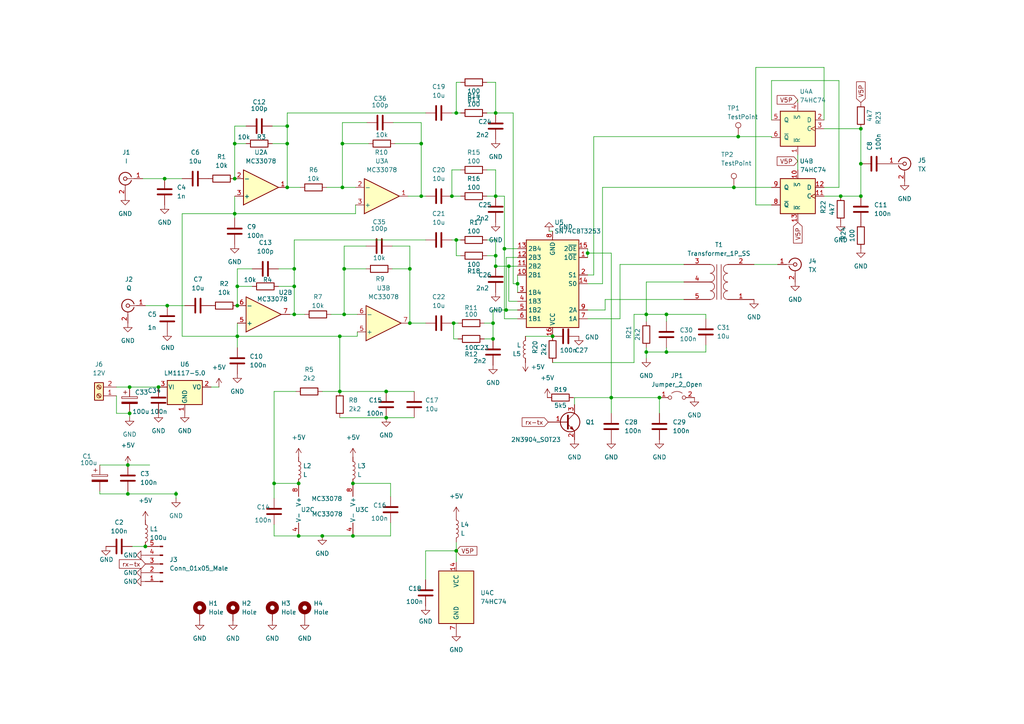
<source format=kicad_sch>
(kicad_sch (version 20211123) (generator eeschema)
  (paper "A4")
  (lib_symbols
    (symbol "74xx:74HC74" (pin_names (offset 1.016))
      (property "Reference" "U" (at -7.62 8.89 0))
      (property "Value" "74HC74" (at -7.62 -8.89 0))
      (symbol "74HC74_1_0"
        (pin input line (at 0 -7.62 90) (length 2.54) (name "~{R}") (number "1"))
        (pin input line (at -7.62 2.54 0) (length 2.54) (name "D") (number "2"))
        (pin input clock (at -7.62 0 0) (length 2.54) (name "C") (number "3"))
        (pin input line (at 0 7.62 270) (length 2.54) (name "~{S}") (number "4"))
        (pin output line (at 7.62 2.54 180) (length 2.54) (name "Q") (number "5"))
        (pin output line (at 7.62 -2.54 180) (length 2.54) (name "~{Q}") (number "6"))
      )
      (symbol "74HC74_2_0"
        (pin input line (at 0 7.62 270) (length 2.54) (name "~{S}") (number "10"))
        (pin input clock (at -7.62 0 0) (length 2.54) (name "C") (number "11"))
        (pin input line (at -7.62 2.54 0) (length 2.54) (name "D") (number "12"))
        (pin input line (at 0 -7.62 90) (length 2.54) (name "~{R}") (number "13"))
        (pin output line (at 7.62 -2.54 180) (length 2.54) (name "~{Q}") (number "8"))
        (pin output line (at 7.62 2.54 180) (length 2.54) (name "Q") (number "9"))
      )
      (symbol "74HC74_3_0"
        (pin power_in line (at 0 10.16 270) (length 2.54) (name "VCC") (number "14"))
        (pin power_in line (at 0 -10.16 90) (length 2.54) (name "GND") (number "7"))
      )
    )
    (symbol "Amplifier_Operational:MC33078" (pin_names (offset 0.127))
      (property "Reference" "U" (at 0 5.08 0))
      (property "Value" "MC33078" (at 0 -5.08 0))
      (symbol "MC33078_1_1"
        (pin output line (at 7.62 0 180) (length 2.54) (name "~") (number "1"))
        (pin input line (at -7.62 -2.54 0) (length 2.54) (name "-") (number "2"))
        (pin input line (at -7.62 2.54 0) (length 2.54) (name "+") (number "3"))
      )
      (symbol "MC33078_2_1"
        (pin input line (at -7.62 2.54 0) (length 2.54) (name "+") (number "5"))
        (pin input line (at -7.62 -2.54 0) (length 2.54) (name "-") (number "6"))
        (pin output line (at 7.62 0 180) (length 2.54) (name "~") (number "7"))
      )
      (symbol "MC33078_3_1"
        (pin power_in line (at -2.54 -7.62 90) (length 3.81) (name "V-") (number "4"))
        (pin power_in line (at -2.54 7.62 270) (length 3.81) (name "V+") (number "8"))
      )
    )
    (symbol "Analog_Switch:SN74CBT3253"
      (property "Reference" "U" (at -7.62 13.97 0))
      (property "Value" "SN74CBT3253" (at -11.43 -13.97 0))
      (symbol "SN74CBT3253_1_1"
        (pin input line (at -10.16 -7.62 0) (length 2.54) (name "1~{OE}") (number "1"))
        (pin bidirectional line (at 10.16 -2.54 180) (length 2.54) (name "2B1") (number "10"))
        (pin bidirectional line (at 10.16 -5.08 180) (length 2.54) (name "2B2") (number "11"))
        (pin bidirectional line (at 10.16 -7.62 180) (length 2.54) (name "2B3") (number "12"))
        (pin bidirectional line (at 10.16 -10.16 180) (length 2.54) (name "2B4") (number "13"))
        (pin input line (at -10.16 0 0) (length 2.54) (name "S0") (number "14"))
        (pin input line (at -10.16 -10.16 0) (length 2.54) (name "2~{OE}") (number "15"))
        (pin power_in line (at 0 15.24 270) (length 2.54) (name "VCC") (number "16"))
        (pin input line (at -10.16 -2.54 0) (length 2.54) (name "S1") (number "2"))
        (pin bidirectional line (at 10.16 2.54 180) (length 2.54) (name "1B4") (number "3"))
        (pin bidirectional line (at 10.16 5.08 180) (length 2.54) (name "1B3") (number "4"))
        (pin bidirectional line (at 10.16 7.62 180) (length 2.54) (name "1B2") (number "5"))
        (pin bidirectional line (at 10.16 10.16 180) (length 2.54) (name "1B1") (number "6"))
        (pin bidirectional line (at -10.16 10.16 0) (length 2.54) (name "1A") (number "7"))
        (pin power_in line (at 0 -15.24 90) (length 2.54) (name "GND") (number "8"))
        (pin bidirectional line (at -10.16 7.62 0) (length 2.54) (name "2A") (number "9"))
      )
    )
    (symbol "Connector:Conn_01x05_Male" (pin_names (offset 1.016) hide)
      (property "Reference" "J" (at 0 7.62 0))
      (property "Value" "Conn_01x05_Male" (at 0 -7.62 0))
      (symbol "Conn_01x05_Male_1_1"
        (pin passive line (at 5.08 5.08 180) (length 3.81) (name "Pin_1") (number "1"))
        (pin passive line (at 5.08 2.54 180) (length 3.81) (name "Pin_2") (number "2"))
        (pin passive line (at 5.08 0 180) (length 3.81) (name "Pin_3") (number "3"))
        (pin passive line (at 5.08 -2.54 180) (length 3.81) (name "Pin_4") (number "4"))
        (pin passive line (at 5.08 -5.08 180) (length 3.81) (name "Pin_5") (number "5"))
      )
    )
    (symbol "Connector:Conn_Coaxial" (pin_names (offset 1.016) hide)
      (property "Reference" "J" (at 0.254 3.048 0))
      (property "Value" "Conn_Coaxial" (at 2.921 0 90))
      (symbol "Conn_Coaxial_1_1"
        (pin passive line (at -5.08 0 0) (length 2.54) (name "In") (number "1"))
        (pin passive line (at 0 -5.08 90) (length 2.54) (name "Ext") (number "2"))
      )
    )
    (symbol "Connector:Screw_Terminal_01x02" (pin_names (offset 1.016) hide)
      (property "Reference" "J" (at 0 2.54 0))
      (property "Value" "Screw_Terminal_01x02" (at 0 -5.08 0))
      (symbol "Screw_Terminal_01x02_1_1"
        (pin passive line (at -5.08 0 0) (length 3.81) (name "Pin_1") (number "1"))
        (pin passive line (at -5.08 -2.54 0) (length 3.81) (name "Pin_2") (number "2"))
      )
    )
    (symbol "Connector:TestPoint" (pin_numbers hide) (pin_names (offset 0.762) hide)
      (property "Reference" "TP" (at 0 6.858 0))
      (property "Value" "TestPoint" (at 0 5.08 0))
      (symbol "TestPoint_1_1"
        (pin passive line (at 0 0 90) (length 2.54) (name "1") (number "1"))
      )
    )
    (symbol "Device:C" (pin_numbers hide) (pin_names (offset 0.254))
      (property "Reference" "C" (at 0.635 2.54 0))
      (property "Value" "C" (at 0.635 -2.54 0))
      (symbol "C_1_1"
        (pin passive line (at 0 3.81 270) (length 2.794) (name "~") (number "1"))
        (pin passive line (at 0 -3.81 90) (length 2.794) (name "~") (number "2"))
      )
    )
    (symbol "Device:C_Polarized" (pin_numbers hide) (pin_names (offset 0.254))
      (property "Reference" "C" (at 0.635 2.54 0))
      (property "Value" "C_Polarized" (at 0.635 -2.54 0))
      (symbol "C_Polarized_1_1"
        (pin passive line (at 0 3.81 270) (length 2.794) (name "~") (number "1"))
        (pin passive line (at 0 -3.81 90) (length 2.794) (name "~") (number "2"))
      )
    )
    (symbol "Device:L" (pin_numbers hide) (pin_names (offset 1.016) hide)
      (property "Reference" "L" (at -1.27 0 90))
      (property "Value" "L" (at 1.905 0 90))
      (symbol "L_1_1"
        (pin passive line (at 0 3.81 270) (length 1.27) (name "1") (number "1"))
        (pin passive line (at 0 -3.81 90) (length 1.27) (name "2") (number "2"))
      )
    )
    (symbol "Device:R" (pin_numbers hide) (pin_names (offset 0))
      (property "Reference" "R" (at 2.032 0 90))
      (property "Value" "R" (at 0 0 90))
      (symbol "R_1_1"
        (pin passive line (at 0 3.81 270) (length 1.27) (name "~") (number "1"))
        (pin passive line (at 0 -3.81 90) (length 1.27) (name "~") (number "2"))
      )
    )
    (symbol "Device:Transformer_1P_SS" (pin_names (offset 1.016) hide)
      (property "Reference" "T" (at 0 6.35 0))
      (property "Value" "Transformer_1P_SS" (at 0 -7.62 0))
      (symbol "Transformer_1P_SS_1_1"
        (pin passive line (at -10.16 5.08 0) (length 7.62) (name "AA") (number "1"))
        (pin passive line (at -10.16 -5.08 0) (length 7.62) (name "AB") (number "2"))
        (pin passive line (at 10.16 -5.08 180) (length 7.62) (name "SA") (number "3"))
        (pin passive line (at 10.16 0 180) (length 7.62) (name "SC") (number "4"))
        (pin passive line (at 10.16 5.08 180) (length 7.62) (name "SB") (number "5"))
      )
    )
    (symbol "Jumper:Jumper_2_Open" (pin_names (offset 0) hide)
      (property "Reference" "JP" (at 0 2.794 0))
      (property "Value" "Jumper_2_Open" (at 0 -2.286 0))
      (symbol "Jumper_2_Open_1_1"
        (pin passive line (at -5.08 0 0) (length 2.54) (name "A") (number "1"))
        (pin passive line (at 5.08 0 180) (length 2.54) (name "B") (number "2"))
      )
    )
    (symbol "Mechanical:MountingHole_Pad" (pin_numbers hide) (pin_names (offset 1.016) hide)
      (property "Reference" "H" (at 0 6.35 0))
      (property "Value" "MountingHole_Pad" (at 0 4.445 0))
      (symbol "MountingHole_Pad_1_1"
        (pin input line (at 0 -2.54 90) (length 2.54) (name "1") (number "1"))
      )
    )
    (symbol "Regulator_Linear:LM1117-5.0" (pin_names (offset 0.254))
      (property "Reference" "U" (at -3.81 3.175 0))
      (property "Value" "LM1117-5.0" (at 0 3.175 0))
      (symbol "LM1117-5.0_1_1"
        (pin power_in line (at 0 -7.62 90) (length 2.54) (name "GND") (number "1"))
        (pin power_out line (at 7.62 0 180) (length 2.54) (name "VO") (number "2"))
        (pin power_in line (at -7.62 0 0) (length 2.54) (name "VI") (number "3"))
      )
    )
    (symbol "power:+5V" (power) (pin_names (offset 0))
      (property "Value" "+5V" (at 0 3.556 0))
      (symbol "+5V_1_1"
        (pin power_in line (at 0 0 90) (length 0) hide (name "+5V") (number "1"))
      )
    )
    (symbol "power:GND" (power) (pin_names (offset 0))
      (property "Value" "GND" (at 0 -3.81 0))
      (symbol "GND_1_1"
        (pin power_in line (at 0 0 270) (length 0) hide (name "GND") (number "1"))
      )
    )
    (symbol "tube:2N3904_SOT23" (pin_names (offset 0) hide)
      (property "Reference" "Q" (at 5.08 1.905 0))
      (property "Value" "2N3904_SOT23" (at 5.08 0 0))
      (symbol "2N3904_SOT23_1_1"
        (pin passive line (at -5.08 0 0) (length 5.715) (name "B") (number "1"))
        (pin passive line (at 2.54 -5.08 90) (length 2.54) (name "E") (number "2"))
        (pin passive line (at 2.54 5.08 270) (length 2.54) (name "C") (number "3"))
      )
    )
  )
  (junction (at 83.312 54.356))
  (junction (at 131.572 93.726))
  (junction (at 99.314 54.356))
  (junction (at 177.292 115.316))
  (junction (at 102.362 140.208))
  (junction (at 160.274 97.536))
  (junction (at 143.764 74.168))
  (junction (at 191.262 115.316))
  (junction (at 98.552 97.536))
  (junction (at 98.552 113.538))
  (junction (at 86.614 140.208))
  (junction (at 79.502 140.208))
  (junction (at 249.682 56.896))
  (junction (at 68.834 97.536))
  (junction (at 243.84 56.896))
  (junction (at 37.592 112.268))
  (junction (at 37.084 134.874))
  (junction (at 118.872 93.726))
  (junction (at 83.312 36.576))
  (junction (at 93.472 155.448))
  (junction (at 150.114 82.296))
  (junction (at 68.072 41.656))
  (junction (at 68.072 51.816))
  (junction (at 112.014 113.538))
  (junction (at 99.822 77.978))
  (junction (at 122.174 56.896))
  (junction (at 86.614 155.448))
  (junction (at 47.752 51.816))
  (junction (at 112.014 121.158))
  (junction (at 85.344 83.058))
  (junction (at 132.334 69.596))
  (junction (at 143.764 56.896))
  (junction (at 170.434 73.406))
  (junction (at 187.452 91.186))
  (junction (at 83.312 41.656))
  (junction (at 143.764 77.216))
  (junction (at 187.452 102.108))
  (junction (at 143.002 93.726))
  (junction (at 99.314 41.656))
  (junction (at 131.064 56.896))
  (junction (at 146.304 72.136))
  (junction (at 68.834 88.646))
  (junction (at 102.362 155.448))
  (junction (at 48.514 88.646))
  (junction (at 132.334 159.766))
  (junction (at 249.682 37.338))
  (junction (at 146.812 89.916))
  (junction (at 249.682 47.498))
  (junction (at 37.084 143.256))
  (junction (at 85.344 91.186))
  (junction (at 118.872 77.978))
  (junction (at 147.574 77.216))
  (junction (at 85.344 77.978))
  (junction (at 42.164 158.496))
  (junction (at 99.822 91.186))
  (junction (at 51.054 143.256))
  (junction (at 132.334 32.766))
  (junction (at 68.834 83.058))
  (junction (at 37.592 119.888))
  (junction (at 214.122 39.624))
  (junction (at 212.852 54.356))
  (junction (at 143.002 98.298))
  (junction (at 68.072 61.976))
  (junction (at 193.294 91.186))
  (junction (at 193.294 102.108))
  (junction (at 143.764 32.766))
  (junction (at 122.174 41.656))
  (junction (at 45.974 112.268))
  (wire (pts (xy 103.124 59.436) (xy 103.124 61.976)))
  (wire (pts (xy 214.122 39.624) (xy 223.774 39.624)))
  (wire (pts (xy 106.934 41.656) (xy 99.314 41.656)))
  (wire (pts (xy 204.724 102.108) (xy 193.294 102.108)))
  (wire (pts (xy 150.114 87.376) (xy 147.574 87.376)))
  (wire (pts (xy 150.114 79.756) (xy 150.114 82.296)))
  (wire (pts (xy 37.592 112.268) (xy 45.974 112.268)))
  (wire (pts (xy 132.334 74.168) (xy 132.334 69.596)))
  (wire (pts (xy 147.574 77.216) (xy 150.114 77.216)))
  (wire (pts (xy 249.682 37.338) (xy 249.682 47.498)))
  (wire (pts (xy 113.792 71.374) (xy 118.872 71.374)))
  (wire (pts (xy 118.364 56.896) (xy 122.174 56.896)))
  (wire (pts (xy 99.822 71.374) (xy 99.822 77.978)))
  (wire (pts (xy 204.724 100.076) (xy 204.724 102.108)))
  (wire (pts (xy 223.774 39.878) (xy 223.774 39.624)))
  (wire (pts (xy 187.452 81.788) (xy 198.374 81.788)))
  (wire (pts (xy 102.362 140.208) (xy 113.284 140.208)))
  (wire (pts (xy 37.084 142.494) (xy 37.084 143.256)))
  (wire (pts (xy 131.064 93.726) (xy 131.572 93.726)))
  (wire (pts (xy 80.772 83.058) (xy 85.344 83.058)))
  (wire (pts (xy 143.764 32.766) (xy 143.764 23.876)))
  (wire (pts (xy 204.724 92.456) (xy 204.724 91.186)))
  (wire (pts (xy 78.994 41.656) (xy 83.312 41.656)))
  (wire (pts (xy 93.472 113.538) (xy 98.552 113.538)))
  (wire (pts (xy 68.072 61.976) (xy 103.124 61.976)))
  (wire (pts (xy 47.752 51.816) (xy 52.832 51.816)))
  (wire (pts (xy 28.956 134.874) (xy 37.084 134.874)))
  (wire (pts (xy 193.294 91.186) (xy 187.452 91.186)))
  (wire (pts (xy 219.202 19.558) (xy 219.202 59.436)))
  (wire (pts (xy 249.682 56.896) (xy 249.682 47.498)))
  (wire (pts (xy 231.394 28.956) (xy 231.394 29.718)))
  (wire (pts (xy 179.832 92.456) (xy 179.832 76.708)))
  (wire (pts (xy 86.614 155.448) (xy 93.472 155.448)))
  (wire (pts (xy 143.002 93.726) (xy 143.002 89.916)))
  (wire (pts (xy 204.724 91.186) (xy 193.294 91.186)))
  (wire (pts (xy 143.764 77.216) (xy 147.574 77.216)))
  (wire (pts (xy 187.452 102.108) (xy 187.452 100.838)))
  (wire (pts (xy 78.994 36.576) (xy 83.312 36.576)))
  (wire (pts (xy 99.822 91.186) (xy 103.632 91.186)))
  (wire (pts (xy 131.064 49.276) (xy 131.064 56.896)))
  (wire (pts (xy 99.314 41.656) (xy 99.314 54.356)))
  (wire (pts (xy 143.764 32.766) (xy 141.224 32.766)))
  (wire (pts (xy 146.812 89.916) (xy 150.114 89.916)))
  (wire (pts (xy 177.292 119.888) (xy 177.292 115.316)))
  (wire (pts (xy 85.344 69.596) (xy 123.444 69.596)))
  (wire (pts (xy 79.502 140.208) (xy 79.502 144.526)))
  (wire (pts (xy 99.822 77.978) (xy 99.822 91.186)))
  (wire (pts (xy 146.304 92.456) (xy 150.114 92.456)))
  (wire (pts (xy 51.054 143.256) (xy 51.054 144.526)))
  (wire (pts (xy 68.834 77.978) (xy 73.152 77.978)))
  (wire (pts (xy 52.832 97.536) (xy 68.834 97.536)))
  (wire (pts (xy 68.834 97.536) (xy 68.834 93.726)))
  (wire (pts (xy 132.334 32.766) (xy 132.334 23.876)))
  (wire (pts (xy 85.344 77.978) (xy 85.344 83.058)))
  (wire (pts (xy 170.434 73.406) (xy 170.434 74.676)))
  (wire (pts (xy 239.014 19.558) (xy 219.202 19.558)))
  (wire (pts (xy 93.472 155.448) (xy 102.362 155.448)))
  (wire (pts (xy 68.834 83.058) (xy 73.152 83.058)))
  (wire (pts (xy 68.834 83.058) (xy 68.834 77.978)))
  (wire (pts (xy 143.764 56.896) (xy 146.304 56.896)))
  (wire (pts (xy 68.072 41.656) (xy 71.374 41.656)))
  (wire (pts (xy 85.344 77.978) (xy 85.344 69.596)))
  (wire (pts (xy 98.552 113.538) (xy 112.014 113.538)))
  (wire (pts (xy 239.014 54.356) (xy 243.332 54.356)))
  (wire (pts (xy 113.284 140.208) (xy 113.284 144.018)))
  (wire (pts (xy 143.764 69.596) (xy 141.224 69.596)))
  (wire (pts (xy 123.444 168.148) (xy 123.444 159.766)))
  (wire (pts (xy 83.312 32.766) (xy 123.444 32.766)))
  (wire (pts (xy 223.774 23.368) (xy 243.332 23.368)))
  (wire (pts (xy 160.274 105.156) (xy 183.896 105.156)))
  (wire (pts (xy 152.4 97.536) (xy 160.274 97.536)))
  (wire (pts (xy 143.002 98.298) (xy 143.002 93.726)))
  (wire (pts (xy 42.164 88.646) (xy 48.514 88.646)))
  (wire (pts (xy 177.292 73.406) (xy 170.434 73.406)))
  (wire (pts (xy 131.064 32.766) (xy 132.334 32.766)))
  (wire (pts (xy 193.294 93.218) (xy 193.294 91.186)))
  (wire (pts (xy 175.514 86.868) (xy 175.514 89.916)))
  (wire (pts (xy 146.304 56.896) (xy 146.304 72.136)))
  (wire (pts (xy 52.832 61.976) (xy 52.832 97.536)))
  (wire (pts (xy 79.502 152.146) (xy 79.502 155.448)))
  (wire (pts (xy 113.284 151.638) (xy 113.284 155.448)))
  (wire (pts (xy 68.834 83.058) (xy 68.834 88.646)))
  (wire (pts (xy 146.812 74.676) (xy 146.812 89.916)))
  (wire (pts (xy 243.84 56.896) (xy 239.014 56.896)))
  (wire (pts (xy 96.012 91.186) (xy 99.822 91.186)))
  (wire (pts (xy 187.452 91.186) (xy 187.452 93.218)))
  (wire (pts (xy 122.174 35.56) (xy 122.174 41.656)))
  (wire (pts (xy 141.224 49.276) (xy 143.764 49.276)))
  (wire (pts (xy 37.592 120.904) (xy 37.592 119.888)))
  (wire (pts (xy 166.624 115.316) (xy 166.624 117.348)))
  (wire (pts (xy 172.212 39.624) (xy 214.122 39.624)))
  (wire (pts (xy 85.344 83.058) (xy 85.344 91.186)))
  (wire (pts (xy 68.072 41.656) (xy 68.072 36.576)))
  (wire (pts (xy 99.314 54.356) (xy 103.124 54.356)))
  (wire (pts (xy 131.572 98.298) (xy 132.842 98.298)))
  (wire (pts (xy 38.354 158.496) (xy 42.164 158.496)))
  (wire (pts (xy 143.764 74.168) (xy 143.764 77.216)))
  (wire (pts (xy 170.434 72.136) (xy 170.434 73.406)))
  (wire (pts (xy 28.956 143.256) (xy 37.084 143.256)))
  (wire (pts (xy 177.292 115.316) (xy 177.292 73.406)))
  (wire (pts (xy 219.202 59.436) (xy 223.774 59.436)))
  (wire (pts (xy 140.462 98.298) (xy 143.002 98.298)))
  (wire (pts (xy 231.394 44.958) (xy 231.394 49.276)))
  (wire (pts (xy 118.872 93.726) (xy 123.444 93.726)))
  (wire (pts (xy 85.852 113.538) (xy 79.502 113.538)))
  (wire (pts (xy 239.014 34.798) (xy 239.014 19.558)))
  (wire (pts (xy 113.792 77.978) (xy 118.872 77.978)))
  (wire (pts (xy 84.074 91.186) (xy 85.344 91.186)))
  (wire (pts (xy 51.054 142.494) (xy 51.054 143.256)))
  (wire (pts (xy 147.574 87.376) (xy 147.574 77.216)))
  (wire (pts (xy 68.072 61.976) (xy 52.832 61.976)))
  (wire (pts (xy 148.844 82.296) (xy 148.844 32.766)))
  (wire (pts (xy 33.782 119.888) (xy 33.782 114.808)))
  (wire (pts (xy 114.046 35.56) (xy 122.174 35.56)))
  (wire (pts (xy 83.312 54.356) (xy 87.122 54.356)))
  (wire (pts (xy 170.434 79.756) (xy 172.212 79.756)))
  (wire (pts (xy 99.314 35.56) (xy 99.314 41.656)))
  (wire (pts (xy 174.752 54.356) (xy 174.752 82.296)))
  (wire (pts (xy 243.84 56.896) (xy 249.682 56.896)))
  (wire (pts (xy 159.258 67.056) (xy 160.274 67.056)))
  (wire (pts (xy 133.604 49.276) (xy 131.064 49.276)))
  (wire (pts (xy 98.552 121.158) (xy 112.014 121.158)))
  (wire (pts (xy 132.334 157.226) (xy 132.334 159.766)))
  (wire (pts (xy 131.064 69.596) (xy 132.334 69.596)))
  (wire (pts (xy 33.782 112.268) (xy 37.592 112.268)))
  (wire (pts (xy 112.014 113.538) (xy 120.142 113.538)))
  (wire (pts (xy 106.172 77.978) (xy 99.822 77.978)))
  (wire (pts (xy 150.114 82.296) (xy 150.114 84.836)))
  (wire (pts (xy 187.452 103.886) (xy 187.452 102.108)))
  (wire (pts (xy 143.764 69.596) (xy 143.764 74.168)))
  (wire (pts (xy 179.832 76.708) (xy 198.374 76.708)))
  (wire (pts (xy 37.084 143.256) (xy 51.054 143.256)))
  (wire (pts (xy 143.764 49.276) (xy 143.764 56.896)))
  (wire (pts (xy 183.896 105.156) (xy 183.896 91.186)))
  (wire (pts (xy 68.072 63.246) (xy 68.072 61.976)))
  (wire (pts (xy 150.114 72.136) (xy 146.304 72.136)))
  (wire (pts (xy 187.452 81.788) (xy 187.452 91.186)))
  (wire (pts (xy 131.572 93.726) (xy 132.842 93.726)))
  (wire (pts (xy 243.332 23.368) (xy 243.332 54.356)))
  (wire (pts (xy 143.002 93.726) (xy 140.462 93.726)))
  (wire (pts (xy 166.624 115.316) (xy 177.292 115.316)))
  (wire (pts (xy 114.554 41.656) (xy 122.174 41.656)))
  (wire (pts (xy 103.632 96.266) (xy 103.632 97.536)))
  (wire (pts (xy 218.694 76.708) (xy 225.552 76.708)))
  (wire (pts (xy 118.872 77.978) (xy 118.872 93.726)))
  (wire (pts (xy 132.334 69.596) (xy 133.604 69.596)))
  (wire (pts (xy 175.514 86.868) (xy 198.374 86.868)))
  (wire (pts (xy 37.084 134.874) (xy 43.434 134.874)))
  (wire (pts (xy 83.312 32.766) (xy 83.312 36.576)))
  (wire (pts (xy 132.334 23.876) (xy 133.604 23.876)))
  (wire (pts (xy 174.752 82.296) (xy 170.434 82.296)))
  (wire (pts (xy 141.224 74.168) (xy 143.764 74.168)))
  (wire (pts (xy 61.214 112.268) (xy 63.5 112.268)))
  (wire (pts (xy 68.834 97.536) (xy 68.834 100.838)))
  (wire (pts (xy 132.334 159.766) (xy 132.334 163.068)))
  (wire (pts (xy 98.552 113.538) (xy 98.552 97.536)))
  (wire (pts (xy 143.764 56.896) (xy 141.224 56.896)))
  (wire (pts (xy 150.114 82.296) (xy 148.844 82.296)))
  (wire (pts (xy 191.262 115.316) (xy 191.262 119.888)))
  (wire (pts (xy 146.304 72.136) (xy 146.304 92.456)))
  (wire (pts (xy 94.742 54.356) (xy 99.314 54.356)))
  (wire (pts (xy 86.614 140.208) (xy 79.502 140.208)))
  (wire (pts (xy 48.514 88.646) (xy 53.594 88.646)))
  (wire (pts (xy 68.072 61.976) (xy 68.072 56.896)))
  (wire (pts (xy 85.344 91.186) (xy 88.392 91.186)))
  (wire (pts (xy 131.064 56.896) (xy 133.604 56.896)))
  (wire (pts (xy 212.852 54.356) (xy 223.774 54.356)))
  (wire (pts (xy 79.502 155.448) (xy 86.614 155.448)))
  (wire (pts (xy 113.284 155.448) (xy 102.362 155.448)))
  (wire (pts (xy 28.956 142.494) (xy 28.956 143.256)))
  (wire (pts (xy 177.292 115.316) (xy 191.262 115.316)))
  (wire (pts (xy 170.434 92.456) (xy 179.832 92.456)))
  (wire (pts (xy 150.114 74.676) (xy 146.812 74.676)))
  (wire (pts (xy 68.072 36.576) (xy 71.374 36.576)))
  (wire (pts (xy 175.514 89.916) (xy 170.434 89.916)))
  (wire (pts (xy 37.592 119.888) (xy 33.782 119.888)))
  (wire (pts (xy 131.572 93.726) (xy 131.572 98.298)))
  (wire (pts (xy 239.014 37.338) (xy 249.682 37.338)))
  (wire (pts (xy 123.444 159.766) (xy 132.334 159.766)))
  (wire (pts (xy 41.402 51.816) (xy 47.752 51.816)))
  (wire (pts (xy 172.212 79.756) (xy 172.212 39.624)))
  (wire (pts (xy 148.844 32.766) (xy 143.764 32.766)))
  (wire (pts (xy 193.294 102.108) (xy 187.452 102.108)))
  (wire (pts (xy 68.072 51.816) (xy 68.072 41.656)))
  (wire (pts (xy 122.174 56.896) (xy 123.444 56.896)))
  (wire (pts (xy 122.174 41.656) (xy 122.174 56.896)))
  (wire (pts (xy 112.014 121.158) (xy 120.142 121.158)))
  (wire (pts (xy 143.002 89.916) (xy 146.812 89.916)))
  (wire (pts (xy 193.294 100.838) (xy 193.294 102.108)))
  (wire (pts (xy 141.224 23.876) (xy 143.764 23.876)))
  (wire (pts (xy 132.334 32.766) (xy 133.604 32.766)))
  (wire (pts (xy 79.502 113.538) (xy 79.502 140.208)))
  (wire (pts (xy 174.752 54.356) (xy 212.852 54.356)))
  (wire (pts (xy 118.872 71.374) (xy 118.872 77.978)))
  (wire (pts (xy 183.896 91.186) (xy 187.452 91.186)))
  (wire (pts (xy 106.426 35.56) (xy 99.314 35.56)))
  (wire (pts (xy 132.334 74.168) (xy 133.604 74.168)))
  (wire (pts (xy 106.172 71.374) (xy 99.822 71.374)))
  (wire (pts (xy 80.772 77.978) (xy 85.344 77.978)))
  (wire (pts (xy 98.552 97.536) (xy 103.632 97.536)))
  (wire (pts (xy 223.774 34.798) (xy 223.774 23.368)))
  (wire (pts (xy 83.312 36.576) (xy 83.312 41.656)))
  (wire (pts (xy 83.312 41.656) (xy 83.312 54.356)))
  (wire (pts (xy 68.834 97.536) (xy 98.552 97.536)))
  (global_label "V5P" (shape input) (at 231.394 46.736 180) (property "Intersheet References" "${INTERSHEET_REFS}" (effects hide)))
  (global_label "rx-tx" (shape input) (at 42.164 163.576 180) (property "Intersheet References" "${INTERSHEET_REFS}" (effects hide)))
  (global_label "rx-tx" (shape input) (at 159.004 122.428 180) (property "Intersheet References" "${INTERSHEET_REFS}" (effects hide)))
  (global_label "V5P" (shape input) (at 231.394 28.956 180) (property "Intersheet References" "${INTERSHEET_REFS}" (effects hide)))
  (global_label "V5P" (shape input) (at 249.682 29.718 90) (property "Intersheet References" "${INTERSHEET_REFS}" (effects hide)))
  (global_label "V5P" (shape input) (at 132.334 159.766 0) (property "Intersheet References" "${INTERSHEET_REFS}" (effects hide)))
  (global_label "V5P" (shape input) (at 231.394 64.516 270) (property "Intersheet References" "${INTERSHEET_REFS}" (effects hide)))
  (symbol (lib_id "Device:L") (at 86.614 136.398 0) (unit 1)
    (property "Reference" "L2" (at 87.884 135.1279 0) (effects (justify left)))
    (property "Value" "L" (at 87.884 137.6679 0) (effects (justify left)))
    (property "Footprint" "Inductor_SMD:L_0603_1608Metric" (effects hide))
  )
  (symbol (lib_id "Device:R") (at 65.024 88.646 90) (unit 1)
    (property "Reference" "R2" (at 65.024 82.296 90))
    (property "Value" "10k" (at 65.024 84.836 90))
    (property "Footprint" "Resistor_SMD:R_0805_2012Metric" (effects hide))
  )
  (symbol (lib_id "Connector:Conn_Coaxial") (at 262.382 47.498 0) (unit 1)
    (property "Reference" "J5" (at 266.192 46.5211 0) (effects (justify left)))
    (property "Value" "TX" (at 266.192 49.0611 0) (effects (justify left)))
    (property "Footprint" "Connector_Coaxial:SMA_Amphenol_132134_Vertical" (effects hide))
    (property "Datasheet" " ~" (effects hide))
  )
  (symbol (lib_id "Device:R") (at 137.414 23.876 90) (unit 1)
    (property "Reference" "R13" (at 137.414 28.956 90))
    (property "Value" "100" (at 137.414 26.416 90))
    (property "Footprint" "Resistor_SMD:R_0805_2012Metric" (effects hide))
  )
  (symbol (lib_id "Device:L") (at 102.362 136.398 0) (unit 1)
    (property "Reference" "L3" (at 103.632 135.1279 0) (effects (justify left)))
    (property "Value" "L" (at 103.632 137.6679 0) (effects (justify left)))
    (property "Footprint" "Inductor_SMD:L_0603_1608Metric" (effects hide))
  )
  (symbol (lib_id "Device:C") (at 109.982 71.374 270) (unit 1)
    (property "Reference" "C35" (at 109.982 64.389 90))
    (property "Value" "100p" (at 109.982 66.294 90))
    (property "Footprint" "Capacitor_SMD:C_0805_2012Metric" (effects hide))
  )
  (symbol (lib_id "power:+5V") (at 102.362 132.588 0) (unit 1)
    (property "Reference" "#PWR019" (effects hide))
    (property "Value" "+5V" (at 102.362 126.873 0))
  )
  (symbol (lib_id "Device:C") (at 68.072 67.056 180) (unit 1)
    (property "Reference" "C9" (at 71.6129 65.7859 0) (effects (justify right)))
    (property "Value" "100n" (at 71.6129 68.3259 0) (effects (justify right)))
    (property "Footprint" "Capacitor_SMD:C_0805_2012Metric" (effects hide))
  )
  (symbol (lib_id "Device:C") (at 193.294 97.028 180) (unit 1)
    (property "Reference" "C30" (at 197.104 95.7579 0) (effects (justify right)))
    (property "Value" "100n" (at 197.104 98.2979 0) (effects (justify right)))
    (property "Footprint" "Capacitor_SMD:C_0805_2012Metric" (effects hide))
  )
  (symbol (lib_id "Device:R") (at 249.682 33.528 0) (unit 1)
    (property "Reference" "R23" (at 254.762 34.163 90))
    (property "Value" "4k7" (at 252.222 33.528 90))
    (property "Footprint" "Resistor_SMD:R_0805_2012Metric" (effects hide))
  )
  (symbol (lib_id "Connector:Conn_01x05_Male") (at 47.244 163.576 180) (unit 1)
    (property "Reference" "J3" (at 49.149 162.3059 0) (effects (justify right)))
    (property "Value" "Conn_01x05_Male" (at 49.149 164.8459 0) (effects (justify right)))
    (property "Footprint" "Connector_PinHeader_2.54mm:PinHeader_1x05_P2.54mm_Vertical" (effects hide))
  )
  (symbol (lib_id "power:+5V") (at 86.614 132.588 0) (unit 1)
    (property "Reference" "#PWR016" (effects hide))
    (property "Value" "+5V" (at 86.614 126.873 0))
  )
  (symbol (lib_id "Device:R") (at 110.744 41.656 90) (unit 1)
    (property "Reference" "R10" (at 110.617 44.196 90))
    (property "Value" "10k" (at 110.744 39.116 90))
    (property "Footprint" "Resistor_SMD:R_0805_2012Metric" (effects hide))
  )
  (symbol (lib_id "Device:C") (at 79.502 148.336 180) (unit 1)
    (property "Reference" "C14" (at 74.422 147.066 0) (effects (justify right)))
    (property "Value" "100n" (at 73.787 150.876 0) (effects (justify right)))
    (property "Footprint" "Capacitor_SMD:C_0805_2012Metric" (effects hide))
  )
  (symbol (lib_id "Amplifier_Operational:MC33078") (at 76.454 91.186 0) (mirror x) (unit 2)
    (property "Reference" "U2" (at 82.804 84.836 0))
    (property "Value" "MC33078" (at 78.994 86.741 0))
    (property "Footprint" "Package_SO:SO-8_3.9x4.9mm_P1.27mm" (effects hide))
    (property "Datasheet" "https://www.onsemi.com/pub/Collateral/MC33078-D.PDF" (effects hide))
  )
  (symbol (lib_id "Connector:Screw_Terminal_01x02") (at 28.702 114.808 180) (unit 1)
    (property "Reference" "J6" (at 28.702 105.664 0))
    (property "Value" "12V" (at 28.702 108.204 0))
    (property "Footprint" "TerminalBlock_MetzConnect:TerminalBlock_MetzConnect_Type011_RT05502HBWC_1x02_P5.00mm_Horizontal" (effects hide))
  )
  (symbol (lib_id "power:GND") (at 48.514 96.266 0) (unit 1)
    (property "Reference" "#PWR08" (effects hide))
    (property "Value" "GND" (at 48.641 100.838 0))
  )
  (symbol (lib_id "Device:C") (at 143.764 36.576 180) (unit 1)
    (property "Reference" "C24" (at 138.684 35.306 0) (effects (justify right)))
    (property "Value" "2n2" (at 138.049 39.116 0) (effects (justify right)))
    (property "Footprint" "Capacitor_SMD:C_0805_2012Metric" (effects hide))
  )
  (symbol (lib_id "Device:C") (at 127.254 32.766 90) (unit 1)
    (property "Reference" "C19" (at 127.254 25.146 90))
    (property "Value" "10u" (at 127.254 27.686 90))
    (property "Footprint" "Capacitor_SMD:C_1206_3216Metric" (effects hide))
  )
  (symbol (lib_id "Amplifier_Operational:MC33078") (at 89.154 147.828 0) (unit 3)
    (property "Reference" "U2" (at 87.249 147.828 0) (effects (justify left)))
    (property "Value" "MC33078" (at 90.424 149.098 0) (effects (justify left)))
    (property "Footprint" "Package_SO:SO-8_3.9x4.9mm_P1.27mm" (effects hide))
    (property "Datasheet" "https://www.onsemi.com/pub/Collateral/MC33078-D.PDF" (effects hide))
  )
  (symbol (lib_id "Device:C") (at 56.642 51.816 90) (unit 1)
    (property "Reference" "C6" (at 56.642 44.196 90))
    (property "Value" "10u" (at 56.642 46.736 90))
    (property "Footprint" "Capacitor_SMD:C_1206_3216Metric" (effects hide))
  )
  (symbol (lib_id "power:GND") (at 201.422 115.316 0) (unit 1)
    (property "Reference" "#PWR037" (effects hide))
    (property "Value" "GND" (at 201.422 120.396 0))
  )
  (symbol (lib_id "power:GND") (at 143.764 84.836 0) (unit 1)
    (property "Reference" "#PWR028" (effects hide))
    (property "Value" "GND" (at 143.764 89.916 0))
  )
  (symbol (lib_id "74xx:74HC74") (at 231.394 37.338 0) (mirror y) (unit 1)
    (property "Reference" "U4" (at 231.9146 26.543 0) (effects (justify right)))
    (property "Value" "74HC74" (at 231.9146 29.083 0) (effects (justify right)))
    (property "Footprint" "Package_SO:SO-14_3.9x8.65mm_P1.27mm" (effects hide))
    (property "Datasheet" "74xx/74hc_hct74.pdf" (effects hide))
  )
  (symbol (lib_id "Analog_Switch:SN74CBT3253") (at 160.274 82.296 180) (unit 1)
    (property "Reference" "U5" (at 160.7946 64.516 0) (effects (justify right)))
    (property "Value" "SN74CBT3253" (at 160.7946 67.056 0) (effects (justify right)))
    (property "Footprint" "Package_SO:TSSOP-16_4.4x5mm_P0.65mm" (effects hide))
    (property "Datasheet" "http://www.ti.com/lit/gpn/sn74cbt3253" (effects hide))
  )
  (symbol (lib_id "power:GND") (at 143.764 64.516 0) (unit 1)
    (property "Reference" "#PWR027" (effects hide))
    (property "Value" "GND" (at 143.764 69.596 0))
  )
  (symbol (lib_id "Device:C") (at 143.002 102.108 180) (unit 1)
    (property "Reference" "C23" (at 137.922 100.838 0) (effects (justify right)))
    (property "Value" "2n2" (at 137.287 104.648 0) (effects (justify right)))
    (property "Footprint" "Capacitor_SMD:C_0805_2012Metric" (effects hide))
  )
  (symbol (lib_id "Amplifier_Operational:MC33078") (at 111.252 93.726 0) (mirror x) (unit 2)
    (property "Reference" "U3" (at 111.252 83.566 0))
    (property "Value" "MC33078" (at 111.252 86.106 0))
    (property "Footprint" "Package_SO:SO-8_3.9x4.9mm_P1.27mm" (effects hide))
    (property "Datasheet" "https://www.onsemi.com/pub/Collateral/MC33078-D.PDF" (effects hide))
  )
  (symbol (lib_id "power:+5V") (at 37.084 134.874 0) (unit 1)
    (property "Reference" "#PWR04" (effects hide))
    (property "Value" "+5V" (at 37.084 129.159 0))
  )
  (symbol (lib_id "Device:R") (at 162.56 115.316 270) (unit 1)
    (property "Reference" "R19" (at 162.56 113.03 90))
    (property "Value" "5k5" (at 162.56 117.602 90))
    (property "Footprint" "Resistor_SMD:R_0805_2012Metric" (effects hide))
  )
  (symbol (lib_id "Device:C") (at 127.254 56.896 90) (unit 1)
    (property "Reference" "C20" (at 127.254 49.276 90))
    (property "Value" "10u" (at 127.254 51.816 90))
    (property "Footprint" "Capacitor_SMD:C_1206_3216Metric" (effects hide))
  )
  (symbol (lib_id "Device:C") (at 177.292 123.698 180) (unit 1)
    (property "Reference" "C28" (at 181.102 122.4279 0) (effects (justify right)))
    (property "Value" "100n" (at 181.102 124.9679 0) (effects (justify right)))
    (property "Footprint" "Capacitor_SMD:C_0805_2012Metric" (effects hide))
  )
  (symbol (lib_id "power:GND") (at 42.164 168.656 270) (unit 1)
    (property "Reference" "#PWR050" (effects hide))
    (property "Value" "GND" (at 35.814 168.656 90) (effects (justify left)))
  )
  (symbol (lib_id "power:GND") (at 123.444 175.768 0) (unit 1)
    (property "Reference" "#PWR021" (effects hide))
    (property "Value" "GND" (at 123.444 180.213 0))
  )
  (symbol (lib_id "Device:R") (at 249.682 68.326 180) (unit 1)
    (property "Reference" "R24" (at 244.602 67.691 90))
    (property "Value" "100" (at 247.142 68.326 90))
    (property "Footprint" "Resistor_SMD:R_0805_2012Metric" (effects hide))
  )
  (symbol (lib_id "Device:R") (at 137.414 74.168 90) (unit 1)
    (property "Reference" "R18" (at 137.414 78.613 90))
    (property "Value" "100" (at 137.414 76.708 90))
    (property "Footprint" "Resistor_SMD:R_0805_2012Metric" (effects hide))
  )
  (symbol (lib_id "Regulator_Linear:LM1117-5.0") (at 53.594 112.268 0) (unit 1)
    (property "Reference" "U6" (at 53.594 105.664 0))
    (property "Value" "LM1117-5.0" (at 53.594 108.204 0))
    (property "Footprint" "Package_TO_SOT_SMD:SOT-223-3_TabPin2" (effects hide))
    (property "Datasheet" "http://www.ti.com/lit/ds/symlink/lm1117.pdf" (effects hide))
  )
  (symbol (lib_id "power:GND") (at 262.382 52.578 0) (mirror y) (unit 1)
    (property "Reference" "#PWR022" (effects hide))
    (property "Value" "GND" (at 262.382 57.658 0))
  )
  (symbol (lib_id "Device:C") (at 45.974 116.078 180) (unit 1)
    (property "Reference" "C34" (at 42.799 113.284 0) (effects (justify right)))
    (property "Value" "100n" (at 43.561 119.38 0) (effects (justify right)))
    (property "Footprint" "Capacitor_SMD:C_0805_2012Metric" (effects hide))
  )
  (symbol (lib_id "Device:C") (at 37.084 138.684 180) (unit 1)
    (property "Reference" "C3" (at 40.6249 137.4139 0) (effects (justify right)))
    (property "Value" "100n" (at 40.6249 139.9539 0) (effects (justify right)))
    (property "Footprint" "Capacitor_SMD:C_0805_2012Metric" (effects hide))
  )
  (symbol (lib_id "Device:C") (at 191.262 123.698 180) (unit 1)
    (property "Reference" "C29" (at 195.072 122.4279 0) (effects (justify right)))
    (property "Value" "100n" (at 195.072 124.9679 0) (effects (justify right)))
    (property "Footprint" "Capacitor_SMD:C_0805_2012Metric" (effects hide))
  )
  (symbol (lib_id "Device:C") (at 204.724 96.266 180) (unit 1)
    (property "Reference" "C31" (at 207.899 94.9959 0) (effects (justify right)))
    (property "Value" "10u" (at 207.899 97.5359 0) (effects (justify right)))
    (property "Footprint" "Capacitor_SMD:C_1206_3216Metric" (effects hide))
  )
  (symbol (lib_id "power:GND") (at 88.392 180.086 0) (unit 1)
    (property "Reference" "#PWR017" (effects hide))
    (property "Value" "GND" (at 88.392 185.166 0))
  )
  (symbol (lib_id "Device:Transformer_1P_SS") (at 208.534 81.788 180) (unit 1)
    (property "Reference" "T1" (at 208.5213 70.993 0))
    (property "Value" "Transformer_1P_SS" (at 208.5213 73.533 0))
    (property "Footprint" "Tubes:Transformer_Toroid_Horizontal_D12.5mm_Amidon-T44" (effects hide))
  )
  (symbol (lib_id "Device:C") (at 164.084 97.536 270) (unit 1)
    (property "Reference" "C27" (at 168.656 101.6 90))
    (property "Value" "100n" (at 164.846 101.6 90))
    (property "Footprint" "Capacitor_SMD:C_0805_2012Metric" (effects hide))
  )
  (symbol (lib_id "power:GND") (at 166.624 127.508 0) (unit 1)
    (property "Reference" "#PWR033" (effects hide))
    (property "Value" "GND" (at 166.624 132.588 0))
  )
  (symbol (lib_id "Device:C") (at 112.014 117.348 180) (unit 1)
    (property "Reference" "C15" (at 106.934 116.078 0) (effects (justify right)))
    (property "Value" "100n" (at 106.299 119.888 0) (effects (justify right)))
    (property "Footprint" "Capacitor_SMD:C_0805_2012Metric" (effects hide))
  )
  (symbol (lib_id "Device:R") (at 187.452 97.028 180) (unit 1)
    (property "Reference" "R21" (at 182.372 96.393 90))
    (property "Value" "2k2" (at 184.912 97.028 90))
    (property "Footprint" "Resistor_SMD:R_0805_2012Metric" (effects hide))
  )
  (symbol (lib_id "Mechanical:MountingHole_Pad") (at 88.392 177.546 0) (unit 1)
    (property "Reference" "H4" (at 90.932 175.0059 0) (effects (justify left)))
    (property "Value" "Hole" (at 90.932 177.5459 0) (effects (justify left)))
    (property "Footprint" "MountingHole:MountingHole_3.2mm_M3_Pad_Via" (effects hide))
  )
  (symbol (lib_id "Connector:TestPoint") (at 214.122 39.624 0) (unit 1)
    (property "Reference" "TP1" (at 210.947 31.369 0) (effects (justify left)))
    (property "Value" "TestPoint" (at 210.947 33.909 0) (effects (justify left)))
    (property "Footprint" "TestPoint:TestPoint_Pad_D1.0mm" (effects hide))
  )
  (symbol (lib_id "Device:C") (at 76.962 77.978 270) (unit 1)
    (property "Reference" "C13" (at 76.962 70.358 90))
    (property "Value" "100p" (at 76.962 72.898 90))
    (property "Footprint" "Capacitor_SMD:C_0805_2012Metric" (effects hide))
  )
  (symbol (lib_id "power:GND") (at 167.894 97.536 0) (unit 1)
    (property "Reference" "#PWR046" (effects hide))
    (property "Value" "GND" (at 171.704 97.79 0))
  )
  (symbol (lib_id "power:GND") (at 53.594 119.888 0) (unit 1)
    (property "Reference" "#PWR029" (effects hide))
    (property "Value" "GND" (at 53.594 124.968 0))
  )
  (symbol (lib_id "Mechanical:MountingHole_Pad") (at 78.994 177.546 0) (unit 1)
    (property "Reference" "H3" (at 81.534 175.0059 0) (effects (justify left)))
    (property "Value" "Hole" (at 81.534 177.5459 0) (effects (justify left)))
    (property "Footprint" "MountingHole:MountingHole_3.2mm_M3_Pad_Via" (effects hide))
  )
  (symbol (lib_id "power:GND") (at 51.054 144.526 0) (unit 1)
    (property "Reference" "#PWR09" (effects hide))
    (property "Value" "GND" (at 51.054 149.606 0))
  )
  (symbol (lib_id "Device:C_Polarized") (at 28.956 138.684 0) (unit 1)
    (property "Reference" "C1" (at 23.876 132.334 0) (effects (justify left)))
    (property "Value" "100u" (at 23.241 134.239 0) (effects (justify left)))
    (property "Footprint" "Capacitor_THT:C_Radial_D5.0mm_H7.0mm_P2.00mm" (effects hide))
  )
  (symbol (lib_id "power:+5V") (at 63.5 112.268 0) (unit 1)
    (property "Reference" "#PWR030" (effects hide))
    (property "Value" "+5V" (at 63.5 106.553 0))
  )
  (symbol (lib_id "Device:R") (at 90.932 54.356 90) (unit 1)
    (property "Reference" "R6" (at 90.932 49.276 90))
    (property "Value" "10k" (at 90.932 51.816 90))
    (property "Footprint" "Resistor_SMD:R_0805_2012Metric" (effects hide))
  )
  (symbol (lib_id "Jumper:Jumper_2_Open") (at 196.342 115.316 0) (unit 1)
    (property "Reference" "JP1" (at 196.342 108.966 0))
    (property "Value" "Jumper_2_Open" (at 196.342 111.506 0))
    (property "Footprint" "Jumper:SolderJumper-2_P1.3mm_Open_Pad1.0x1.5mm" (effects hide))
  )
  (symbol (lib_id "power:GND") (at 37.592 120.904 0) (unit 1)
    (property "Reference" "#PWR047" (effects hide))
    (property "Value" "GND" (at 37.592 125.984 0))
  )
  (symbol (lib_id "power:GND") (at 143.002 105.918 0) (unit 1)
    (property "Reference" "#PWR025" (effects hide))
    (property "Value" "GND" (at 143.002 110.998 0))
  )
  (symbol (lib_id "Device:C") (at 123.444 171.958 180) (unit 1)
    (property "Reference" "C18" (at 118.364 170.688 0) (effects (justify right)))
    (property "Value" "100n" (at 117.729 174.498 0) (effects (justify right)))
    (property "Footprint" "Capacitor_SMD:C_0805_2012Metric" (effects hide))
  )
  (symbol (lib_id "Mechanical:MountingHole_Pad") (at 67.564 177.546 0) (unit 1)
    (property "Reference" "H2" (at 70.104 175.0059 0) (effects (justify left)))
    (property "Value" "Hole" (at 70.104 177.5459 0) (effects (justify left)))
    (property "Footprint" "MountingHole:MountingHole_3.2mm_M3_Pad_Via" (effects hide))
  )
  (symbol (lib_id "Device:C") (at 75.184 36.576 270) (unit 1)
    (property "Reference" "C12" (at 75.184 29.591 90))
    (property "Value" "100p" (at 75.184 31.496 90))
    (property "Footprint" "Capacitor_SMD:C_0805_2012Metric" (effects hide))
  )
  (symbol (lib_id "Device:C") (at 253.492 47.498 270) (unit 1)
    (property "Reference" "C8" (at 252.2219 43.688 0) (effects (justify right)))
    (property "Value" "100n" (at 254.7619 43.688 0) (effects (justify right)))
    (property "Footprint" "Capacitor_SMD:C_0805_2012Metric" (effects hide))
  )
  (symbol (lib_id "Device:C") (at 113.284 147.828 180) (unit 1)
    (property "Reference" "C16" (at 108.204 146.558 0) (effects (justify right)))
    (property "Value" "100n" (at 107.569 150.368 0) (effects (justify right)))
    (property "Footprint" "Capacitor_SMD:C_0805_2012Metric" (effects hide))
  )
  (symbol (lib_id "power:GND") (at 42.164 161.036 270) (unit 1)
    (property "Reference" "#PWR06" (effects hide))
    (property "Value" "GND" (at 35.814 161.036 90) (effects (justify left)))
  )
  (symbol (lib_id "Connector:Conn_Coaxial") (at 36.322 51.816 0) (mirror y) (unit 1)
    (property "Reference" "J1" (at 36.6394 44.196 0))
    (property "Value" "I" (at 36.6394 46.736 0))
    (property "Footprint" "Connector_Coaxial:SMA_Amphenol_132134_Vertical" (effects hide))
    (property "Datasheet" " ~" (effects hide))
  )
  (symbol (lib_id "Device:R") (at 137.414 69.596 90) (unit 1)
    (property "Reference" "R17" (at 138.049 64.516 90))
    (property "Value" "100" (at 137.414 67.056 90))
    (property "Footprint" "Resistor_SMD:R_0805_2012Metric" (effects hide))
  )
  (symbol (lib_id "Connector:Conn_Coaxial") (at 37.084 88.646 0) (mirror y) (unit 1)
    (property "Reference" "J2" (at 37.4014 81.026 0))
    (property "Value" "Q" (at 37.4014 83.566 0))
    (property "Footprint" "Connector_Coaxial:SMA_Amphenol_132134_Vertical" (effects hide))
    (property "Datasheet" " ~" (effects hide))
  )
  (symbol (lib_id "Device:C") (at 68.834 104.648 180) (unit 1)
    (property "Reference" "C10" (at 72.3749 103.3779 0) (effects (justify right)))
    (property "Value" "100n" (at 72.3749 105.9179 0) (effects (justify right)))
    (property "Footprint" "Capacitor_SMD:C_0805_2012Metric" (effects hide))
  )
  (symbol (lib_id "Device:C") (at 48.514 92.456 180) (unit 1)
    (property "Reference" "C5" (at 42.799 91.186 0) (effects (justify right)))
    (property "Value" "1n" (at 42.799 94.996 0) (effects (justify right)))
    (property "Footprint" "Capacitor_SMD:C_0805_2012Metric" (effects hide))
  )
  (symbol (lib_id "74xx:74HC74") (at 231.394 56.896 0) (mirror y) (unit 2)
    (property "Reference" "U4" (at 231.9146 46.736 0) (effects (justify right)))
    (property "Value" "74HC74" (at 232.029 49.276 0) (effects (justify right)))
    (property "Footprint" "Package_SO:SO-14_3.9x8.65mm_P1.27mm" (effects hide))
    (property "Datasheet" "74xx/74hc_hct74.pdf" (effects hide))
  )
  (symbol (lib_id "power:GND") (at 191.262 127.508 0) (unit 1)
    (property "Reference" "#PWR036" (effects hide))
    (property "Value" "GND" (at 191.262 132.588 0))
  )
  (symbol (lib_id "power:+5V") (at 132.334 149.606 0) (unit 1)
    (property "Reference" "#PWR0101" (effects hide))
    (property "Value" "+5V" (at 132.334 143.891 0))
  )
  (symbol (lib_id "power:GND") (at 68.072 70.866 0) (unit 1)
    (property "Reference" "#PWR013" (effects hide))
    (property "Value" "GND" (at 68.072 75.946 0))
  )
  (symbol (lib_id "Device:C") (at 57.404 88.646 90) (unit 1)
    (property "Reference" "C7" (at 57.404 81.026 90))
    (property "Value" "10u" (at 57.404 83.566 90))
    (property "Footprint" "Capacitor_SMD:C_1206_3216Metric" (effects hide))
  )
  (symbol (lib_id "Device:R") (at 109.982 77.978 90) (unit 1)
    (property "Reference" "R9" (at 110.236 80.899 90))
    (property "Value" "10k" (at 109.982 74.803 90))
    (property "Footprint" "Resistor_SMD:R_0805_2012Metric" (effects hide))
  )
  (symbol (lib_id "Device:L") (at 132.334 153.416 0) (unit 1)
    (property "Reference" "L4" (at 133.604 152.1459 0) (effects (justify left)))
    (property "Value" "L" (at 133.604 154.6859 0) (effects (justify left)))
    (property "Footprint" "Inductor_SMD:L_0603_1608Metric" (effects hide))
  )
  (symbol (lib_id "Device:C") (at 110.236 35.56 270) (unit 1)
    (property "Reference" "C36" (at 110.236 28.575 90))
    (property "Value" "100p" (at 110.236 30.48 90))
    (property "Footprint" "Capacitor_SMD:C_0805_2012Metric" (effects hide))
  )
  (symbol (lib_id "power:GND") (at 57.912 180.086 0) (unit 1)
    (property "Reference" "#PWR010" (effects hide))
    (property "Value" "GND" (at 57.912 185.166 0))
  )
  (symbol (lib_id "Device:C") (at 143.764 60.706 180) (unit 1)
    (property "Reference" "C25" (at 138.684 59.436 0) (effects (justify right)))
    (property "Value" "2n2" (at 138.049 63.246 0) (effects (justify right)))
    (property "Footprint" "Capacitor_SMD:C_0805_2012Metric" (effects hide))
  )
  (symbol (lib_id "power:GND") (at 47.752 59.436 0) (unit 1)
    (property "Reference" "#PWR07" (effects hide))
    (property "Value" "GND" (at 47.752 64.516 0))
  )
  (symbol (lib_id "Connector:Conn_Coaxial") (at 230.632 76.708 0) (unit 1)
    (property "Reference" "J4" (at 234.442 75.7311 0) (effects (justify left)))
    (property "Value" "TX" (at 234.442 78.2711 0) (effects (justify left)))
    (property "Footprint" "Connector_Coaxial:SMA_Amphenol_132134_Vertical" (effects hide))
    (property "Datasheet" " ~" (effects hide))
  )
  (symbol (lib_id "Device:R") (at 136.652 98.298 90) (unit 1)
    (property "Reference" "R12" (at 136.652 102.743 90))
    (property "Value" "100" (at 136.652 100.838 90))
    (property "Footprint" "Resistor_SMD:R_0805_2012Metric" (effects hide))
  )
  (symbol (lib_id "Device:R") (at 137.414 49.276 90) (mirror x) (unit 1)
    (property "Reference" "R15" (at 137.414 44.196 90))
    (property "Value" "100" (at 137.414 46.736 90))
    (property "Footprint" "Resistor_SMD:R_0805_2012Metric" (effects hide))
  )
  (symbol (lib_id "Device:R") (at 89.662 113.538 90) (unit 1)
    (property "Reference" "R5" (at 89.662 107.188 90))
    (property "Value" "2k2" (at 89.662 109.728 90))
    (property "Footprint" "Resistor_SMD:R_0805_2012Metric" (effects hide))
  )
  (symbol (lib_id "Device:C") (at 127.254 93.726 90) (unit 1)
    (property "Reference" "C22" (at 127.254 86.106 90))
    (property "Value" "10u" (at 127.254 88.646 90))
    (property "Footprint" "Capacitor_SMD:C_1206_3216Metric" (effects hide))
  )
  (symbol (lib_id "power:GND") (at 249.682 72.136 0) (unit 1)
    (property "Reference" "#PWR023" (effects hide))
    (property "Value" "GND" (at 249.682 77.216 0))
  )
  (symbol (lib_id "power:GND") (at 143.764 40.386 0) (unit 1)
    (property "Reference" "#PWR026" (effects hide))
    (property "Value" "GND" (at 143.764 45.466 0))
  )
  (symbol (lib_id "Amplifier_Operational:MC33078") (at 110.744 56.896 0) (mirror x) (unit 1)
    (property "Reference" "U3" (at 110.744 46.736 0))
    (property "Value" "MC33078" (at 110.744 49.276 0))
    (property "Footprint" "Package_SO:SO-8_3.9x4.9mm_P1.27mm" (effects hide))
    (property "Datasheet" "https://www.onsemi.com/pub/Collateral/MC33078-D.PDF" (effects hide))
  )
  (symbol (lib_id "Device:C_Polarized") (at 37.592 116.078 0) (unit 1)
    (property "Reference" "C33" (at 39.116 113.792 0) (effects (justify left)))
    (property "Value" "100u" (at 38.354 119.38 0) (effects (justify left)))
    (property "Footprint" "Capacitor_THT:C_Radial_D5.0mm_H7.0mm_P2.00mm" (effects hide))
  )
  (symbol (lib_id "power:GND") (at 42.164 166.116 270) (unit 1)
    (property "Reference" "#PWR049" (effects hide))
    (property "Value" "GND" (at 35.814 166.116 90) (effects (justify left)))
  )
  (symbol (lib_id "power:GND") (at 45.974 119.888 0) (unit 1)
    (property "Reference" "#PWR048" (effects hide))
    (property "Value" "GND" (at 45.974 124.968 0))
  )
  (symbol (lib_id "power:+5V") (at 158.75 115.316 0) (unit 1)
    (property "Reference" "#PWR0105" (effects hide))
    (property "Value" "+5V" (at 158.75 109.601 0))
  )
  (symbol (lib_id "Device:R") (at 76.962 83.058 90) (unit 1)
    (property "Reference" "R4" (at 77.597 81.153 90))
    (property "Value" "10k" (at 72.517 81.153 90))
    (property "Footprint" "Resistor_SMD:R_0805_2012Metric" (effects hide))
  )
  (symbol (lib_id "Device:R") (at 92.202 91.186 90) (unit 1)
    (property "Reference" "R7" (at 92.202 86.106 90))
    (property "Value" "10k" (at 92.202 88.646 90))
    (property "Footprint" "Resistor_SMD:R_0805_2012Metric" (effects hide))
  )
  (symbol (lib_id "tube:2N3904_SOT23") (at 164.084 122.428 0) (unit 1)
    (property "Reference" "Q1" (at 169.799 122.428 0) (effects (justify left)))
    (property "Value" "2N3904_SOT23" (at 148.209 127.508 0) (effects (justify left)))
    (property "Footprint" "Package_TO_SOT_SMD:SOT-23" (effects hide))
  )
  (symbol (lib_id "power:GND") (at 218.694 86.868 0) (mirror y) (unit 1)
    (property "Reference" "#PWR038" (effects hide))
    (property "Value" "GND" (at 218.694 91.948 0))
  )
  (symbol (lib_id "power:GND") (at 159.258 67.056 180) (unit 1)
    (property "Reference" "#PWR045" (effects hide))
    (property "Value" "GND" (at 162.052 65.7859 0) (effects (justify right)))
  )
  (symbol (lib_id "power:GND") (at 132.334 183.388 0) (unit 1)
    (property "Reference" "#PWR024" (effects hide))
    (property "Value" "GND" (at 132.334 188.468 0))
  )
  (symbol (lib_id "power:GND") (at 67.564 180.086 0) (unit 1)
    (property "Reference" "#PWR012" (effects hide))
    (property "Value" "GND" (at 67.564 185.166 0))
  )
  (symbol (lib_id "power:GND") (at 230.632 81.788 0) (mirror y) (unit 1)
    (property "Reference" "#PWR039" (effects hide))
    (property "Value" "GND" (at 230.632 86.868 0))
  )
  (symbol (lib_id "power:GND") (at 37.084 93.726 0) (unit 1)
    (property "Reference" "#PWR03" (effects hide))
    (property "Value" "GND" (at 37.084 98.806 0))
  )
  (symbol (lib_id "power:+5V") (at 42.164 150.876 0) (unit 1)
    (property "Reference" "#PWR05" (effects hide))
    (property "Value" "+5V" (at 42.164 145.161 0))
  )
  (symbol (lib_id "Device:R") (at 160.274 101.346 180) (unit 1)
    (property "Reference" "R20" (at 155.194 100.711 90))
    (property "Value" "2k2" (at 157.734 101.346 90))
    (property "Footprint" "Resistor_SMD:R_0805_2012Metric" (effects hide))
  )
  (symbol (lib_id "Device:L") (at 42.164 154.686 0) (unit 1)
    (property "Reference" "L1" (at 43.434 153.4159 0) (effects (justify left)))
    (property "Value" "100u" (at 43.434 155.9559 0) (effects (justify left)))
    (property "Footprint" "Inductor_THT:L_Axial_L7.0mm_D3.3mm_P5.08mm_Vertical_Fastron_MICC" (effects hide))
  )
  (symbol (lib_id "Device:C") (at 143.764 81.026 180) (unit 1)
    (property "Reference" "C26" (at 138.684 79.756 0) (effects (justify right)))
    (property "Value" "2n2" (at 138.049 83.566 0) (effects (justify right)))
    (property "Footprint" "Capacitor_SMD:C_0805_2012Metric" (effects hide))
  )
  (symbol (lib_id "Device:R") (at 137.414 56.896 90) (unit 1)
    (property "Reference" "R16" (at 137.414 51.816 90))
    (property "Value" "100" (at 137.414 54.356 90))
    (property "Footprint" "Resistor_SMD:R_0805_2012Metric" (effects hide))
  )
  (symbol (lib_id "power:GND") (at 78.994 180.086 0) (unit 1)
    (property "Reference" "#PWR015" (effects hide))
    (property "Value" "GND" (at 78.994 185.166 0))
  )
  (symbol (lib_id "74xx:74HC74") (at 132.334 173.228 0) (unit 3)
    (property "Reference" "U4" (at 139.319 171.9579 0) (effects (justify left)))
    (property "Value" "74HC74" (at 139.319 174.4979 0) (effects (justify left)))
    (property "Footprint" "Package_SO:SO-14_3.9x8.65mm_P1.27mm" (effects hide))
    (property "Datasheet" "74xx/74hc_hct74.pdf" (effects hide))
  )
  (symbol (lib_id "Device:C") (at 34.544 158.496 270) (unit 1)
    (property "Reference" "C2" (at 34.544 151.511 90))
    (property "Value" "100n" (at 34.544 154.051 90))
    (property "Footprint" "Capacitor_SMD:C_0805_2012Metric" (effects hide))
  )
  (symbol (lib_id "Device:C") (at 127.254 69.596 90) (unit 1)
    (property "Reference" "C21" (at 127.254 61.976 90))
    (property "Value" "10u" (at 127.254 64.516 90))
    (property "Footprint" "Capacitor_SMD:C_1206_3216Metric" (effects hide))
  )
  (symbol (lib_id "Device:R") (at 75.184 41.656 90) (unit 1)
    (property "Reference" "R3" (at 75.819 39.751 90))
    (property "Value" "10k" (at 70.739 39.751 90))
    (property "Footprint" "Resistor_SMD:R_0805_2012Metric" (effects hide))
  )
  (symbol (lib_id "power:GND") (at 93.472 155.448 0) (unit 1)
    (property "Reference" "#PWR018" (effects hide))
    (property "Value" "GND" (at 93.472 160.528 0))
  )
  (symbol (lib_id "power:GND") (at 30.734 158.496 0) (unit 1)
    (property "Reference" "#PWR01" (effects hide))
    (property "Value" "GND" (at 28.829 162.306 0) (effects (justify left)))
  )
  (symbol (lib_id "Amplifier_Operational:MC33078") (at 104.902 147.828 0) (unit 3)
    (property "Reference" "U3" (at 102.997 147.828 0) (effects (justify left)))
    (property "Value" "MC33078" (at 90.297 144.653 0) (effects (justify left)))
    (property "Footprint" "Package_SO:SO-8_3.9x4.9mm_P1.27mm" (effects hide))
    (property "Datasheet" "https://www.onsemi.com/pub/Collateral/MC33078-D.PDF" (effects hide))
  )
  (symbol (lib_id "power:GND") (at 187.452 103.886 0) (unit 1)
    (property "Reference" "#PWR035" (effects hide))
    (property "Value" "GND" (at 187.452 108.966 0))
  )
  (symbol (lib_id "power:GND") (at 36.322 56.896 0) (unit 1)
    (property "Reference" "#PWR02" (effects hide))
    (property "Value" "GND" (at 36.322 61.976 0))
  )
  (symbol (lib_id "power:+5V") (at 152.4 105.156 180) (unit 1)
    (property "Reference" "#PWR0104" (effects hide))
    (property "Value" "+5V" (at 153.924 106.4259 0) (effects (justify right)))
  )
  (symbol (lib_id "power:GND") (at 68.834 108.458 0) (unit 1)
    (property "Reference" "#PWR014" (effects hide))
    (property "Value" "GND" (at 68.834 113.538 0))
  )
  (symbol (lib_id "Device:R") (at 64.262 51.816 90) (unit 1)
    (property "Reference" "R1" (at 64.262 45.466 90))
    (property "Value" "10k" (at 64.262 48.006 90))
    (property "Footprint" "Resistor_SMD:R_0805_2012Metric" (effects hide))
  )
  (symbol (lib_id "Device:R") (at 243.84 60.706 180) (unit 1)
    (property "Reference" "R22" (at 238.76 60.071 90))
    (property "Value" "4k7" (at 241.3 60.706 90))
    (property "Footprint" "Resistor_SMD:R_0805_2012Metric" (effects hide))
  )
  (symbol (lib_id "power:GND") (at 243.84 64.516 0) (unit 1)
    (property "Reference" "#PWR011" (effects hide))
    (property "Value" "GND" (at 243.84 69.596 0))
  )
  (symbol (lib_id "Device:R") (at 137.414 32.766 90) (unit 1)
    (property "Reference" "R14" (at 137.414 27.686 90))
    (property "Value" "100" (at 137.414 30.226 90))
    (property "Footprint" "Resistor_SMD:R_0805_2012Metric" (effects hide))
  )
  (symbol (lib_id "Amplifier_Operational:MC33078") (at 75.692 54.356 0) (mirror x) (unit 1)
    (property "Reference" "U2" (at 75.692 44.196 0))
    (property "Value" "MC33078" (at 75.692 46.736 0))
    (property "Footprint" "Package_SO:SO-8_3.9x4.9mm_P1.27mm" (effects hide))
    (property "Datasheet" "https://www.onsemi.com/pub/Collateral/MC33078-D.PDF" (effects hide))
  )
  (symbol (lib_id "Device:L") (at 152.4 101.346 180) (unit 1)
    (property "Reference" "L5" (at 151.13 102.6161 0) (effects (justify left)))
    (property "Value" "L" (at 151.13 100.0761 0) (effects (justify left)))
    (property "Footprint" "Inductor_SMD:L_0603_1608Metric" (effects hide))
  )
  (symbol (lib_id "Device:R") (at 98.552 117.348 180) (unit 1)
    (property "Reference" "R8" (at 101.092 116.0779 0) (effects (justify right)))
    (property "Value" "2k2" (at 101.092 118.6179 0) (effects (justify right)))
    (property "Footprint" "Resistor_SMD:R_0805_2012Metric" (effects hide))
  )
  (symbol (lib_id "Device:R") (at 136.652 93.726 90) (unit 1)
    (property "Reference" "R11" (at 136.652 89.281 90))
    (property "Value" "100" (at 136.652 91.186 90))
    (property "Footprint" "Resistor_SMD:R_0805_2012Metric" (effects hide))
  )
  (symbol (lib_id "Device:C") (at 47.752 55.626 180) (unit 1)
    (property "Reference" "C4" (at 51.2929 54.3559 0) (effects (justify right)))
    (property "Value" "1n" (at 51.2929 56.8959 0) (effects (justify right)))
    (property "Footprint" "Capacitor_SMD:C_0805_2012Metric" (effects hide))
  )
  (symbol (lib_id "Device:C") (at 120.142 117.348 180) (unit 1)
    (property "Reference" "C17" (at 123.317 116.0779 0) (effects (justify right)))
    (property "Value" "10u" (at 123.317 118.6179 0) (effects (justify right)))
    (property "Footprint" "Capacitor_SMD:C_1206_3216Metric" (effects hide))
  )
  (symbol (lib_id "power:GND") (at 177.292 127.508 0) (unit 1)
    (property "Reference" "#PWR034" (effects hide))
    (property "Value" "GND" (at 177.292 132.588 0))
  )
  (symbol (lib_id "power:GND") (at 112.014 121.158 0) (unit 1)
    (property "Reference" "#PWR020" (effects hide))
    (property "Value" "GND" (at 112.014 126.238 0))
  )
  (symbol (lib_id "Device:C") (at 249.682 60.706 180) (unit 1)
    (property "Reference" "C11" (at 253.492 59.4359 0) (effects (justify right)))
    (property "Value" "100n" (at 253.492 61.9759 0) (effects (justify right)))
    (property "Footprint" "Capacitor_SMD:C_0805_2012Metric" (effects hide))
  )
  (symbol (lib_id "Connector:TestPoint") (at 212.852 54.356 0) (unit 1)
    (property "Reference" "TP2" (at 209.0976 44.831 0) (effects (justify left)))
    (property "Value" "TestPoint" (at 209.0976 47.371 0) (effects (justify left)))
    (property "Footprint" "TestPoint:TestPoint_Pad_D1.0mm" (effects hide))
  )
  (symbol (lib_id "Mechanical:MountingHole_Pad") (at 57.912 177.546 0) (unit 1)
    (property "Reference" "H1" (at 60.452 175.0059 0) (effects (justify left)))
    (property "Value" "Hole" (at 60.452 177.5459 0) (effects (justify left)))
    (property "Footprint" "MountingHole:MountingHole_3.2mm_M3_Pad_Via" (effects hide))
  )
)
</source>
